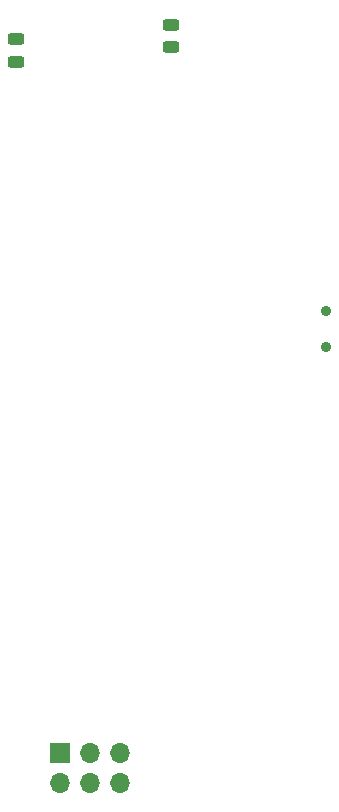
<source format=gts>
%TF.GenerationSoftware,KiCad,Pcbnew,(7.0.0-0)*%
%TF.CreationDate,2023-07-23T12:34:26-06:00*%
%TF.ProjectId,HAS4_SAO,48415334-5f53-4414-9f2e-6b696361645f,rev?*%
%TF.SameCoordinates,Original*%
%TF.FileFunction,Soldermask,Top*%
%TF.FilePolarity,Negative*%
%FSLAX46Y46*%
G04 Gerber Fmt 4.6, Leading zero omitted, Abs format (unit mm)*
G04 Created by KiCad (PCBNEW (7.0.0-0)) date 2023-07-23 12:34:26*
%MOMM*%
%LPD*%
G01*
G04 APERTURE LIST*
G04 Aperture macros list*
%AMRoundRect*
0 Rectangle with rounded corners*
0 $1 Rounding radius*
0 $2 $3 $4 $5 $6 $7 $8 $9 X,Y pos of 4 corners*
0 Add a 4 corners polygon primitive as box body*
4,1,4,$2,$3,$4,$5,$6,$7,$8,$9,$2,$3,0*
0 Add four circle primitives for the rounded corners*
1,1,$1+$1,$2,$3*
1,1,$1+$1,$4,$5*
1,1,$1+$1,$6,$7*
1,1,$1+$1,$8,$9*
0 Add four rect primitives between the rounded corners*
20,1,$1+$1,$2,$3,$4,$5,0*
20,1,$1+$1,$4,$5,$6,$7,0*
20,1,$1+$1,$6,$7,$8,$9,0*
20,1,$1+$1,$8,$9,$2,$3,0*%
G04 Aperture macros list end*
%ADD10RoundRect,0.243750X-0.456250X0.243750X-0.456250X-0.243750X0.456250X-0.243750X0.456250X0.243750X0*%
%ADD11R,1.700000X1.700000*%
%ADD12O,1.700000X1.700000*%
%ADD13C,0.900000*%
G04 APERTURE END LIST*
D10*
%TO.C,D1*%
X118291474Y-73416089D03*
X118291474Y-75291089D03*
%TD*%
%TO.C,D2*%
X105202757Y-74613143D03*
X105202757Y-76488143D03*
%TD*%
D11*
%TO.C,J1*%
X108919999Y-134999999D03*
D12*
X108919999Y-137539999D03*
X111459999Y-134999999D03*
X111459999Y-137539999D03*
X113999999Y-134999999D03*
X113999999Y-137539999D03*
%TD*%
D13*
%TO.C,SW1*%
X131400000Y-100650000D03*
X131400000Y-97650000D03*
%TD*%
M02*

</source>
